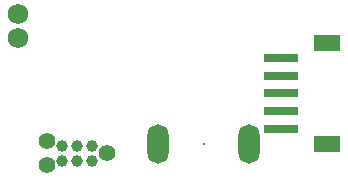
<source format=gbs>
G04*
G04 #@! TF.GenerationSoftware,Altium Limited,Altium Designer,21.6.4 (81)*
G04*
G04 Layer_Color=16711935*
%FSLAX44Y44*%
%MOMM*%
G71*
G04*
G04 #@! TF.SameCoordinates,886655C1-92EC-40BA-A99E-831138A1A13E*
G04*
G04*
G04 #@! TF.FilePolarity,Negative*
G04*
G01*
G75*
%ADD17R,2.2098X1.3970*%
%ADD18R,2.9972X0.7112*%
%ADD31C,1.7272*%
%ADD32C,0.2032*%
G04:AMPARAMS|DCode=33|XSize=1.8232mm|YSize=3.3432mm|CornerRadius=0.9116mm|HoleSize=0mm|Usage=FLASHONLY|Rotation=180.000|XOffset=0mm|YOffset=0mm|HoleType=Round|Shape=RoundedRectangle|*
%AMROUNDEDRECTD33*
21,1,1.8232,1.5200,0,0,180.0*
21,1,0.0000,3.3432,0,0,180.0*
1,1,1.8232,0.0000,0.7600*
1,1,1.8232,0.0000,0.7600*
1,1,1.8232,0.0000,-0.7600*
1,1,1.8232,0.0000,-0.7600*
%
%ADD33ROUNDEDRECTD33*%
%ADD34C,1.4224*%
%ADD48C,0.9902*%
D17*
X272446Y31400D02*
D03*
Y116400D02*
D03*
D18*
X233426Y43900D02*
D03*
Y58900D02*
D03*
Y73900D02*
D03*
Y88900D02*
D03*
Y103900D02*
D03*
D31*
X11430Y140716D02*
D03*
Y120716D02*
D03*
D32*
X168402Y30734D02*
D03*
D33*
X129902D02*
D03*
X206902D02*
D03*
D34*
X35306Y33274D02*
D03*
Y12954D02*
D03*
X86106Y23114D02*
D03*
D48*
X48006Y16764D02*
D03*
Y29464D02*
D03*
X60706D02*
D03*
Y16764D02*
D03*
X73406Y29464D02*
D03*
Y16764D02*
D03*
M02*

</source>
